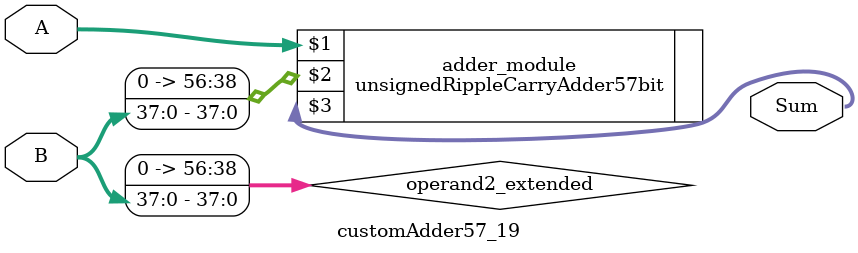
<source format=v>
module customAdder57_19(
                        input [56 : 0] A,
                        input [37 : 0] B,
                        
                        output [57 : 0] Sum
                );

        wire [56 : 0] operand2_extended;
        
        assign operand2_extended =  {19'b0, B};
        
        unsignedRippleCarryAdder57bit adder_module(
            A,
            operand2_extended,
            Sum
        );
        
        endmodule
        
</source>
